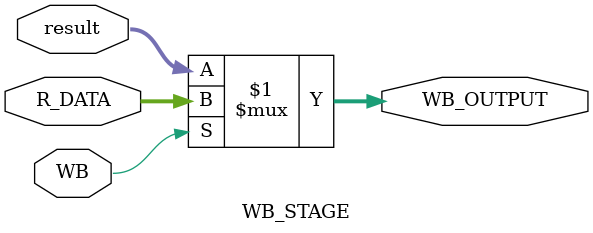
<source format=v>
module WB_STAGE
(
    input           WB              ,
    input   [31:0]  R_DATA          ,
    input   [31:0]  result          ,

    output  [31:0]  WB_OUTPUT
);

    assign WB_OUTPUT = WB ? R_DATA : result;

endmodule
</source>
